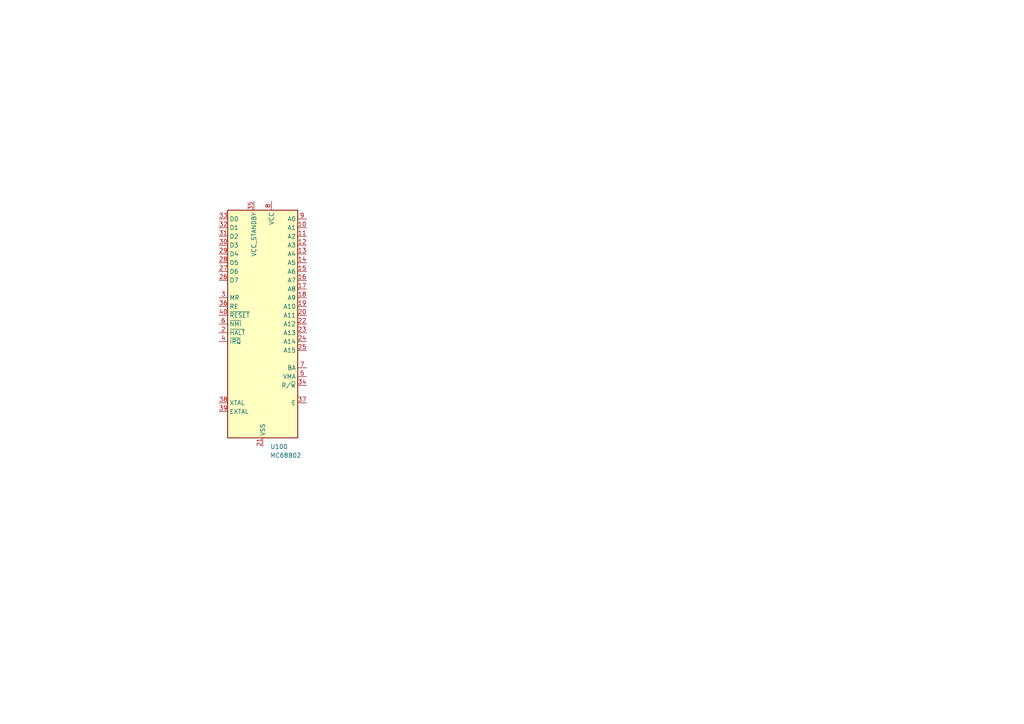
<source format=kicad_sch>
(kicad_sch (version 20250114) (generator "eeschema") (generator_version "9.0")
  (paper "A4")
  (lib_symbols
    (symbol "CPU_NXP_6800:MC68B02"
      (property "Reference" "U" (at -8.89 34.29 0))
      (property "Value" "MC68B02" (at 10.16 34.29 0))
      (symbol "MC68B02_0_1"
        (rectangle (start -10.16 -33.02) (end 10.16 33.02) (stroke (width 0.254)) (fill (type background)))
      )
      (symbol "MC68B02_1_1"
        (pin bidirectional line (at -12.7 30.48 0) (length 2.54) (name "D0") (number "33"))
        (pin bidirectional line (at -12.7 27.94 0) (length 2.54) (name "D1") (number "32"))
        (pin bidirectional line (at -12.7 25.4 0) (length 2.54) (name "D2") (number "31"))
        (pin bidirectional line (at -12.7 22.86 0) (length 2.54) (name "D3") (number "30"))
        (pin bidirectional line (at -12.7 20.32 0) (length 2.54) (name "D4") (number "29"))
        (pin bidirectional line (at -12.7 17.78 0) (length 2.54) (name "D5") (number "28"))
        (pin bidirectional line (at -12.7 15.24 0) (length 2.54) (name "D6") (number "27"))
        (pin bidirectional line (at -12.7 12.7 0) (length 2.54) (name "D7") (number "26"))
        (pin input line (at -12.7 7.62 0) (length 2.54) (name "MR") (number "3"))
        (pin input line (at -12.7 5.08 0) (length 2.54) (name "RE") (number "36"))
        (pin input line (at -12.7 2.54 0) (length 2.54) (name "~{RESET}") (number "40"))
        (pin input line (at -12.7 0 0) (length 2.54) (name "~{NMI}") (number "6"))
        (pin input line (at -12.7 -2.54 0) (length 2.54) (name "~{HALT}") (number "2"))
        (pin input line (at -12.7 -5.08 0) (length 2.54) (name "~{IRQ}") (number "4"))
        (pin passive line (at -12.7 -22.86 0) (length 2.54) (name "XTAL") (number "38"))
        (pin passive line (at -12.7 -25.4 0) (length 2.54) (name "EXTAL") (number "39"))
        (pin power_in line (at -2.54 35.56 270) (length 2.54) (name "VCC_STANDBY") (number "35"))
        (pin passive line (at 0 -35.56 90) (length 2.54) (hide yes) (name "VSS") (number "1"))
        (pin power_in line (at 0 -35.56 90) (length 2.54) (name "VSS") (number "21"))
        (pin power_in line (at 2.54 35.56 270) (length 2.54) (name "VCC") (number "8"))
        (pin output line (at 12.7 30.48 180) (length 2.54) (name "A0") (number "9"))
        (pin output line (at 12.7 27.94 180) (length 2.54) (name "A1") (number "10"))
        (pin output line (at 12.7 25.4 180) (length 2.54) (name "A2") (number "11"))
        (pin output line (at 12.7 22.86 180) (length 2.54) (name "A3") (number "12"))
        (pin output line (at 12.7 20.32 180) (length 2.54) (name "A4") (number "13"))
        (pin output line (at 12.7 17.78 180) (length 2.54) (name "A5") (number "14"))
        (pin output line (at 12.7 15.24 180) (length 2.54) (name "A6") (number "15"))
        (pin output line (at 12.7 12.7 180) (length 2.54) (name "A7") (number "16"))
        (pin output line (at 12.7 10.16 180) (length 2.54) (name "A8") (number "17"))
        (pin output line (at 12.7 7.62 180) (length 2.54) (name "A9") (number "18"))
        (pin output line (at 12.7 5.08 180) (length 2.54) (name "A10") (number "19"))
        (pin output line (at 12.7 2.54 180) (length 2.54) (name "A11") (number "20"))
        (pin output line (at 12.7 0 180) (length 2.54) (name "A12") (number "22"))
        (pin output line (at 12.7 -2.54 180) (length 2.54) (name "A13") (number "23"))
        (pin output line (at 12.7 -5.08 180) (length 2.54) (name "A14") (number "24"))
        (pin output line (at 12.7 -7.62 180) (length 2.54) (name "A15") (number "25"))
        (pin output line (at 12.7 -12.7 180) (length 2.54) (name "BA") (number "7"))
        (pin output line (at 12.7 -15.24 180) (length 2.54) (name "VMA") (number "5"))
        (pin output line (at 12.7 -17.78 180) (length 2.54) (name "R/~{W}") (number "34"))
        (pin output line (at 12.7 -22.86 180) (length 2.54) (name "E") (number "37"))
      )
    )
  )
  (symbol (lib_id "CPU_NXP_6800:MC68B02") (at 76.2 93.98 0) (unit 1)
    (property "Reference" "U100" (at 78.3433 129.54 0) (effects (justify left)))
    (property "Value" "MC68B02" (at 78.3433 132.08 0) (effects (justify left)))
    (property "Footprint" "Package_DIP:DIP-40_W15.24mm" (effects (hide yes)))
    (property "Datasheet" "https://www.jameco.com/Jameco/Products/ProdDS/43502.pdf" (effects (hide yes)))
    (property "Description" "8-Bit Microprocessing unit 2.0MHz, DIP-40" (effects (hide yes)))
  )
)
</source>
